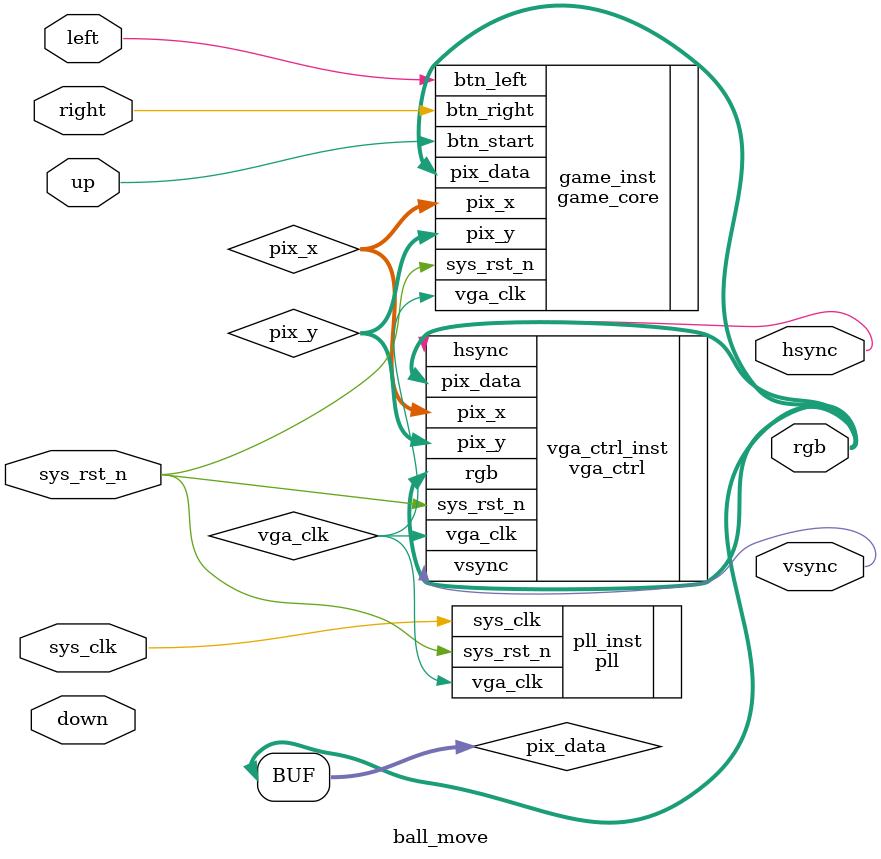
<source format=v>
`timescale 1ns / 1ns
module ball_move(
    input wire sys_clk,
    input wire sys_rst_n,
    input wire up,      
    input wire down,    
    input wire left,   
    input wire right,   
    output wire hsync,
    output wire vsync,
    output wire [15:0] rgb
);
    wire vga_clk;
    wire [9:0] pix_x, pix_y;
    wire [15:0] pix_data;

 pll pll_inst
 (
 .sys_clk(sys_clk),
 .sys_rst_n(sys_rst_n),

 .vga_clk(vga_clk)
 );


 vga_ctrl vga_ctrl_inst
 (
 .vga_clk (vga_clk ), //VGA working clock, 25MHz
 .sys_rst_n (sys_rst_n ), //Reset signal. Low level is effective
 .pix_data (pix_data ), //color information

 .pix_x (pix_x ), //x coordinate of current pixel
 .pix_y (pix_y ), //y coordinate of current pixel
 .hsync (hsync ), //Line sync signal
 .vsync (vsync ), //Field sync signal
 .rgb (rgb ) //RGB565 color data
 );


    game_core game_inst (
        .vga_clk    (vga_clk),
        .sys_rst_n  (sys_rst_n),
        .pix_x      (pix_x),
        .pix_y      (pix_y),
        .btn_left   (left),
        .btn_right  (right),
        .btn_start  (up),      
        .pix_data   (pix_data)
    );

    assign rgb = pix_data;
endmodule

</source>
